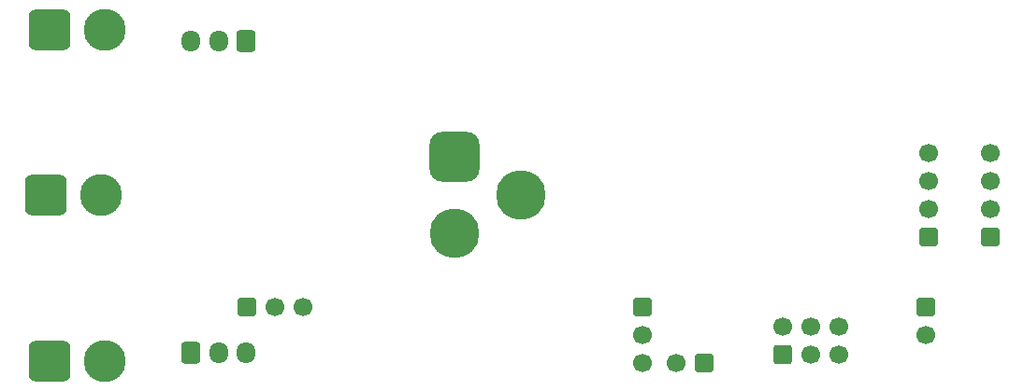
<source format=gbr>
%TF.GenerationSoftware,KiCad,Pcbnew,9.0.5*%
%TF.CreationDate,2025-11-15T15:40:49+01:00*%
%TF.ProjectId,Robobuoy-Sub-v3_0,526f626f-6275-46f7-992d-5375622d7633,rev?*%
%TF.SameCoordinates,Original*%
%TF.FileFunction,Soldermask,Bot*%
%TF.FilePolarity,Negative*%
%FSLAX46Y46*%
G04 Gerber Fmt 4.6, Leading zero omitted, Abs format (unit mm)*
G04 Created by KiCad (PCBNEW 9.0.5) date 2025-11-15 15:40:49*
%MOMM*%
%LPD*%
G01*
G04 APERTURE LIST*
G04 Aperture macros list*
%AMRoundRect*
0 Rectangle with rounded corners*
0 $1 Rounding radius*
0 $2 $3 $4 $5 $6 $7 $8 $9 X,Y pos of 4 corners*
0 Add a 4 corners polygon primitive as box body*
4,1,4,$2,$3,$4,$5,$6,$7,$8,$9,$2,$3,0*
0 Add four circle primitives for the rounded corners*
1,1,$1+$1,$2,$3*
1,1,$1+$1,$4,$5*
1,1,$1+$1,$6,$7*
1,1,$1+$1,$8,$9*
0 Add four rect primitives between the rounded corners*
20,1,$1+$1,$2,$3,$4,$5,0*
20,1,$1+$1,$4,$5,$6,$7,0*
20,1,$1+$1,$6,$7,$8,$9,0*
20,1,$1+$1,$8,$9,$2,$3,0*%
G04 Aperture macros list end*
%ADD10RoundRect,1.125000X-1.125000X1.125000X-1.125000X-1.125000X1.125000X-1.125000X1.125000X1.125000X0*%
%ADD11C,4.500000*%
%ADD12RoundRect,0.250000X0.600000X-0.600000X0.600000X0.600000X-0.600000X0.600000X-0.600000X-0.600000X0*%
%ADD13C,1.700000*%
%ADD14RoundRect,0.760000X-1.140000X-1.140000X1.140000X-1.140000X1.140000X1.140000X-1.140000X1.140000X0*%
%ADD15C,3.800000*%
%ADD16RoundRect,0.206250X-0.618750X-0.618750X0.618750X-0.618750X0.618750X0.618750X-0.618750X0.618750X0*%
%ADD17RoundRect,0.206250X0.618750X-0.618750X0.618750X0.618750X-0.618750X0.618750X-0.618750X-0.618750X0*%
%ADD18RoundRect,0.206250X-0.618750X0.618750X-0.618750X-0.618750X0.618750X-0.618750X0.618750X0.618750X0*%
%ADD19RoundRect,0.206250X0.618750X0.618750X-0.618750X0.618750X-0.618750X-0.618750X0.618750X-0.618750X0*%
%ADD20RoundRect,0.250000X0.600000X0.725000X-0.600000X0.725000X-0.600000X-0.725000X0.600000X-0.725000X0*%
%ADD21O,1.700000X1.950000*%
%ADD22RoundRect,0.250000X-0.600000X-0.725000X0.600000X-0.725000X0.600000X0.725000X-0.600000X0.725000X0*%
G04 APERTURE END LIST*
D10*
%TO.C,J301*%
X61807259Y-46527436D03*
D11*
X67807259Y-49991436D03*
X61807259Y-53455436D03*
%TD*%
D12*
%TO.C,J201*%
X91516400Y-64468500D03*
D13*
X91516400Y-61928500D03*
X94056400Y-64468500D03*
X94056400Y-61928500D03*
X96596400Y-64468500D03*
X96596400Y-61928500D03*
%TD*%
D14*
%TO.C,J306*%
X24734000Y-50000000D03*
D15*
X29734000Y-50000000D03*
%TD*%
D16*
%TO.C,SW301*%
X42982000Y-60160000D03*
D13*
X45522000Y-60160000D03*
X48062000Y-60160000D03*
%TD*%
D17*
%TO.C,J401*%
X104704000Y-53810000D03*
D13*
X104704000Y-51270000D03*
X104704000Y-48730000D03*
X104704000Y-46190000D03*
%TD*%
D18*
%TO.C,SW202*%
X104450000Y-60160000D03*
D13*
X104450000Y-62700000D03*
%TD*%
D14*
%TO.C,J305*%
X25100000Y-65000000D03*
D15*
X30100000Y-65000000D03*
%TD*%
D17*
%TO.C,J102*%
X110292000Y-53810000D03*
D13*
X110292000Y-51270000D03*
X110292000Y-48730000D03*
X110292000Y-46190000D03*
%TD*%
D19*
%TO.C,BZ201*%
X84384000Y-65240000D03*
D13*
X81844000Y-65240000D03*
%TD*%
D20*
%TO.C,J302*%
X42900000Y-36000000D03*
D21*
X40400000Y-36000000D03*
X37900000Y-36000000D03*
%TD*%
D18*
%TO.C,J203*%
X78796000Y-60160000D03*
D13*
X78796000Y-62700000D03*
X78796000Y-65240000D03*
%TD*%
D22*
%TO.C,J303*%
X37900000Y-64275000D03*
D21*
X40400000Y-64275000D03*
X42900000Y-64275000D03*
%TD*%
D14*
%TO.C,J304*%
X25100000Y-35000000D03*
D15*
X30100000Y-35000000D03*
%TD*%
M02*

</source>
